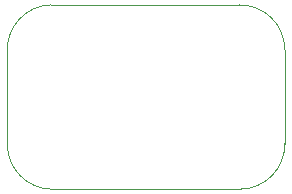
<source format=gko>
%TF.GenerationSoftware,KiCad,Pcbnew,4.0.5-e0-6337~49~ubuntu16.04.1*%
%TF.CreationDate,2017-02-13T23:15:32-08:00*%
%TF.ProjectId,2x3-6mm-Square-SMT-Pushbutton,3278332D366D6D2D5371756172652D53,1.0*%
%TF.FileFunction,Profile,NP*%
%FSLAX46Y46*%
G04 Gerber Fmt 4.6, Leading zero omitted, Abs format (unit mm)*
G04 Created by KiCad (PCBNEW 4.0.5-e0-6337~49~ubuntu16.04.1) date Mon Feb 13 23:15:32 2017*
%MOMM*%
%LPD*%
G01*
G04 APERTURE LIST*
%ADD10C,0.350000*%
%ADD11C,0.040640*%
G04 APERTURE END LIST*
D10*
D11*
X23293800Y-44867400D02*
G75*
G03X19600432Y-48767220I106632J-3799820D01*
G01*
X19603979Y-56667400D02*
G75*
G03X23293800Y-60467400I3801645J0D01*
G01*
X39293800Y-60468716D02*
G75*
G03X43093800Y-56567400I0J3801316D01*
G01*
X43095116Y-48667400D02*
G75*
G03X39193800Y-44867400I-3801316J0D01*
G01*
X43093800Y-48667400D02*
X43093800Y-56667400D01*
X39193800Y-44867400D02*
X23293800Y-44867400D01*
X39393800Y-60467400D02*
X23293800Y-60467400D01*
X19593800Y-48667400D02*
X19593800Y-56667400D01*
M02*

</source>
